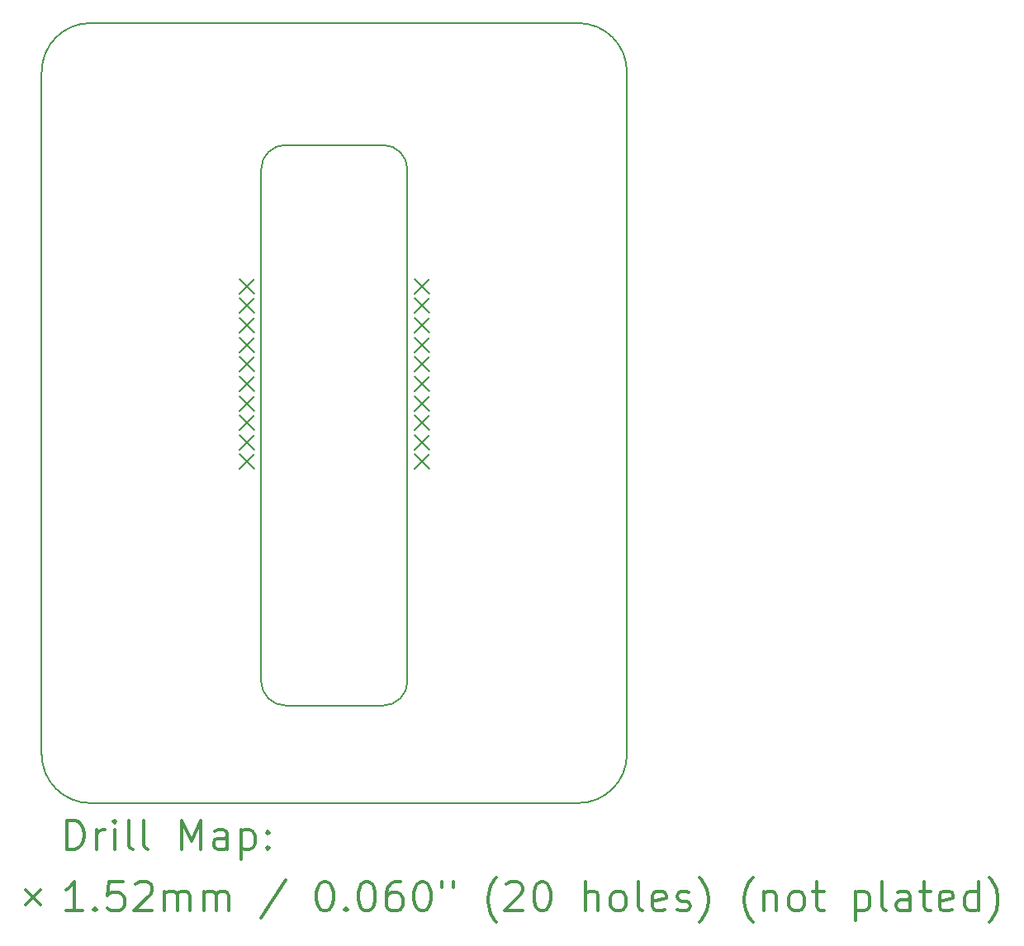
<source format=gbr>
%FSLAX45Y45*%
G04 Gerber Fmt 4.5, Leading zero omitted, Abs format (unit mm)*
G04 Created by KiCad (PCBNEW 4.0.7) date 09/25/17 13:32:10*
%MOMM*%
%LPD*%
G01*
G04 APERTURE LIST*
%ADD10C,0.127000*%
%ADD11C,0.200000*%
%ADD12C,0.300000*%
G04 APERTURE END LIST*
D10*
D11*
X17000000Y-4500000D02*
G75*
G03X16500000Y-4000000I-500000J0D01*
G01*
X16500000Y-12000000D02*
G75*
G03X17000000Y-11500000I0J500000D01*
G01*
X11000000Y-11500000D02*
G75*
G03X11500000Y-12000000I500000J0D01*
G01*
X11500000Y-4000000D02*
G75*
G03X11000000Y-4500000I0J-500000D01*
G01*
X17000000Y-11500000D02*
X17000000Y-4500000D01*
X11500000Y-12000000D02*
X16500000Y-12000000D01*
X11000000Y-4500000D02*
X11000000Y-11500000D01*
X16500000Y-4000000D02*
X11500000Y-4000000D01*
X13250000Y-10750000D02*
G75*
G03X13500000Y-11000000I250000J0D01*
G01*
X14500000Y-11000000D02*
G75*
G03X14750000Y-10750000I0J250000D01*
G01*
X14750000Y-5500000D02*
G75*
G03X14500000Y-5250000I-250000J0D01*
G01*
X13500000Y-5250000D02*
G75*
G03X13250000Y-5500000I0J-250000D01*
G01*
X13500000Y-5250000D02*
X14500000Y-5250000D01*
X13500000Y-11000000D02*
X14500000Y-11000000D01*
X14750000Y-5500000D02*
X14750000Y-10750000D01*
X13250000Y-5500000D02*
X13250000Y-10750000D01*
D11*
X13023800Y-6623800D02*
X13176200Y-6776200D01*
X13176200Y-6623800D02*
X13023800Y-6776200D01*
X13023800Y-6823800D02*
X13176200Y-6976200D01*
X13176200Y-6823800D02*
X13023800Y-6976200D01*
X13023800Y-7023800D02*
X13176200Y-7176200D01*
X13176200Y-7023800D02*
X13023800Y-7176200D01*
X13023800Y-7223800D02*
X13176200Y-7376200D01*
X13176200Y-7223800D02*
X13023800Y-7376200D01*
X13023800Y-7423800D02*
X13176200Y-7576200D01*
X13176200Y-7423800D02*
X13023800Y-7576200D01*
X13023800Y-7623800D02*
X13176200Y-7776200D01*
X13176200Y-7623800D02*
X13023800Y-7776200D01*
X13023800Y-7823800D02*
X13176200Y-7976200D01*
X13176200Y-7823800D02*
X13023800Y-7976200D01*
X13023800Y-8023800D02*
X13176200Y-8176200D01*
X13176200Y-8023800D02*
X13023800Y-8176200D01*
X13023800Y-8223800D02*
X13176200Y-8376200D01*
X13176200Y-8223800D02*
X13023800Y-8376200D01*
X13023800Y-8423800D02*
X13176200Y-8576200D01*
X13176200Y-8423800D02*
X13023800Y-8576200D01*
X14823800Y-6623800D02*
X14976200Y-6776200D01*
X14976200Y-6623800D02*
X14823800Y-6776200D01*
X14823800Y-6823800D02*
X14976200Y-6976200D01*
X14976200Y-6823800D02*
X14823800Y-6976200D01*
X14823800Y-7023800D02*
X14976200Y-7176200D01*
X14976200Y-7023800D02*
X14823800Y-7176200D01*
X14823800Y-7223800D02*
X14976200Y-7376200D01*
X14976200Y-7223800D02*
X14823800Y-7376200D01*
X14823800Y-7423800D02*
X14976200Y-7576200D01*
X14976200Y-7423800D02*
X14823800Y-7576200D01*
X14823800Y-7623800D02*
X14976200Y-7776200D01*
X14976200Y-7623800D02*
X14823800Y-7776200D01*
X14823800Y-7823800D02*
X14976200Y-7976200D01*
X14976200Y-7823800D02*
X14823800Y-7976200D01*
X14823800Y-8023800D02*
X14976200Y-8176200D01*
X14976200Y-8023800D02*
X14823800Y-8176200D01*
X14823800Y-8223800D02*
X14976200Y-8376200D01*
X14976200Y-8223800D02*
X14823800Y-8376200D01*
X14823800Y-8423800D02*
X14976200Y-8576200D01*
X14976200Y-8423800D02*
X14823800Y-8576200D01*
D12*
X11261428Y-12475714D02*
X11261428Y-12175714D01*
X11332857Y-12175714D01*
X11375714Y-12190000D01*
X11404286Y-12218571D01*
X11418571Y-12247143D01*
X11432857Y-12304286D01*
X11432857Y-12347143D01*
X11418571Y-12404286D01*
X11404286Y-12432857D01*
X11375714Y-12461429D01*
X11332857Y-12475714D01*
X11261428Y-12475714D01*
X11561428Y-12475714D02*
X11561428Y-12275714D01*
X11561428Y-12332857D02*
X11575714Y-12304286D01*
X11590000Y-12290000D01*
X11618571Y-12275714D01*
X11647143Y-12275714D01*
X11747143Y-12475714D02*
X11747143Y-12275714D01*
X11747143Y-12175714D02*
X11732857Y-12190000D01*
X11747143Y-12204286D01*
X11761428Y-12190000D01*
X11747143Y-12175714D01*
X11747143Y-12204286D01*
X11932857Y-12475714D02*
X11904286Y-12461429D01*
X11890000Y-12432857D01*
X11890000Y-12175714D01*
X12090000Y-12475714D02*
X12061428Y-12461429D01*
X12047143Y-12432857D01*
X12047143Y-12175714D01*
X12432857Y-12475714D02*
X12432857Y-12175714D01*
X12532857Y-12390000D01*
X12632857Y-12175714D01*
X12632857Y-12475714D01*
X12904286Y-12475714D02*
X12904286Y-12318571D01*
X12890000Y-12290000D01*
X12861428Y-12275714D01*
X12804286Y-12275714D01*
X12775714Y-12290000D01*
X12904286Y-12461429D02*
X12875714Y-12475714D01*
X12804286Y-12475714D01*
X12775714Y-12461429D01*
X12761428Y-12432857D01*
X12761428Y-12404286D01*
X12775714Y-12375714D01*
X12804286Y-12361429D01*
X12875714Y-12361429D01*
X12904286Y-12347143D01*
X13047143Y-12275714D02*
X13047143Y-12575714D01*
X13047143Y-12290000D02*
X13075714Y-12275714D01*
X13132857Y-12275714D01*
X13161428Y-12290000D01*
X13175714Y-12304286D01*
X13190000Y-12332857D01*
X13190000Y-12418571D01*
X13175714Y-12447143D01*
X13161428Y-12461429D01*
X13132857Y-12475714D01*
X13075714Y-12475714D01*
X13047143Y-12461429D01*
X13318571Y-12447143D02*
X13332857Y-12461429D01*
X13318571Y-12475714D01*
X13304286Y-12461429D01*
X13318571Y-12447143D01*
X13318571Y-12475714D01*
X13318571Y-12290000D02*
X13332857Y-12304286D01*
X13318571Y-12318571D01*
X13304286Y-12304286D01*
X13318571Y-12290000D01*
X13318571Y-12318571D01*
X10837600Y-12893800D02*
X10990000Y-13046200D01*
X10990000Y-12893800D02*
X10837600Y-13046200D01*
X11418571Y-13105714D02*
X11247143Y-13105714D01*
X11332857Y-13105714D02*
X11332857Y-12805714D01*
X11304286Y-12848571D01*
X11275714Y-12877143D01*
X11247143Y-12891429D01*
X11547143Y-13077143D02*
X11561428Y-13091429D01*
X11547143Y-13105714D01*
X11532857Y-13091429D01*
X11547143Y-13077143D01*
X11547143Y-13105714D01*
X11832857Y-12805714D02*
X11690000Y-12805714D01*
X11675714Y-12948571D01*
X11690000Y-12934286D01*
X11718571Y-12920000D01*
X11790000Y-12920000D01*
X11818571Y-12934286D01*
X11832857Y-12948571D01*
X11847143Y-12977143D01*
X11847143Y-13048571D01*
X11832857Y-13077143D01*
X11818571Y-13091429D01*
X11790000Y-13105714D01*
X11718571Y-13105714D01*
X11690000Y-13091429D01*
X11675714Y-13077143D01*
X11961428Y-12834286D02*
X11975714Y-12820000D01*
X12004286Y-12805714D01*
X12075714Y-12805714D01*
X12104286Y-12820000D01*
X12118571Y-12834286D01*
X12132857Y-12862857D01*
X12132857Y-12891429D01*
X12118571Y-12934286D01*
X11947143Y-13105714D01*
X12132857Y-13105714D01*
X12261428Y-13105714D02*
X12261428Y-12905714D01*
X12261428Y-12934286D02*
X12275714Y-12920000D01*
X12304286Y-12905714D01*
X12347143Y-12905714D01*
X12375714Y-12920000D01*
X12390000Y-12948571D01*
X12390000Y-13105714D01*
X12390000Y-12948571D02*
X12404286Y-12920000D01*
X12432857Y-12905714D01*
X12475714Y-12905714D01*
X12504286Y-12920000D01*
X12518571Y-12948571D01*
X12518571Y-13105714D01*
X12661428Y-13105714D02*
X12661428Y-12905714D01*
X12661428Y-12934286D02*
X12675714Y-12920000D01*
X12704286Y-12905714D01*
X12747143Y-12905714D01*
X12775714Y-12920000D01*
X12790000Y-12948571D01*
X12790000Y-13105714D01*
X12790000Y-12948571D02*
X12804286Y-12920000D01*
X12832857Y-12905714D01*
X12875714Y-12905714D01*
X12904286Y-12920000D01*
X12918571Y-12948571D01*
X12918571Y-13105714D01*
X13504286Y-12791429D02*
X13247143Y-13177143D01*
X13890000Y-12805714D02*
X13918571Y-12805714D01*
X13947143Y-12820000D01*
X13961428Y-12834286D01*
X13975714Y-12862857D01*
X13990000Y-12920000D01*
X13990000Y-12991429D01*
X13975714Y-13048571D01*
X13961428Y-13077143D01*
X13947143Y-13091429D01*
X13918571Y-13105714D01*
X13890000Y-13105714D01*
X13861428Y-13091429D01*
X13847143Y-13077143D01*
X13832857Y-13048571D01*
X13818571Y-12991429D01*
X13818571Y-12920000D01*
X13832857Y-12862857D01*
X13847143Y-12834286D01*
X13861428Y-12820000D01*
X13890000Y-12805714D01*
X14118571Y-13077143D02*
X14132857Y-13091429D01*
X14118571Y-13105714D01*
X14104286Y-13091429D01*
X14118571Y-13077143D01*
X14118571Y-13105714D01*
X14318571Y-12805714D02*
X14347143Y-12805714D01*
X14375714Y-12820000D01*
X14390000Y-12834286D01*
X14404285Y-12862857D01*
X14418571Y-12920000D01*
X14418571Y-12991429D01*
X14404285Y-13048571D01*
X14390000Y-13077143D01*
X14375714Y-13091429D01*
X14347143Y-13105714D01*
X14318571Y-13105714D01*
X14290000Y-13091429D01*
X14275714Y-13077143D01*
X14261428Y-13048571D01*
X14247143Y-12991429D01*
X14247143Y-12920000D01*
X14261428Y-12862857D01*
X14275714Y-12834286D01*
X14290000Y-12820000D01*
X14318571Y-12805714D01*
X14675714Y-12805714D02*
X14618571Y-12805714D01*
X14590000Y-12820000D01*
X14575714Y-12834286D01*
X14547143Y-12877143D01*
X14532857Y-12934286D01*
X14532857Y-13048571D01*
X14547143Y-13077143D01*
X14561428Y-13091429D01*
X14590000Y-13105714D01*
X14647143Y-13105714D01*
X14675714Y-13091429D01*
X14690000Y-13077143D01*
X14704285Y-13048571D01*
X14704285Y-12977143D01*
X14690000Y-12948571D01*
X14675714Y-12934286D01*
X14647143Y-12920000D01*
X14590000Y-12920000D01*
X14561428Y-12934286D01*
X14547143Y-12948571D01*
X14532857Y-12977143D01*
X14890000Y-12805714D02*
X14918571Y-12805714D01*
X14947143Y-12820000D01*
X14961428Y-12834286D01*
X14975714Y-12862857D01*
X14990000Y-12920000D01*
X14990000Y-12991429D01*
X14975714Y-13048571D01*
X14961428Y-13077143D01*
X14947143Y-13091429D01*
X14918571Y-13105714D01*
X14890000Y-13105714D01*
X14861428Y-13091429D01*
X14847143Y-13077143D01*
X14832857Y-13048571D01*
X14818571Y-12991429D01*
X14818571Y-12920000D01*
X14832857Y-12862857D01*
X14847143Y-12834286D01*
X14861428Y-12820000D01*
X14890000Y-12805714D01*
X15104286Y-12805714D02*
X15104286Y-12862857D01*
X15218571Y-12805714D02*
X15218571Y-12862857D01*
X15661428Y-13220000D02*
X15647143Y-13205714D01*
X15618571Y-13162857D01*
X15604285Y-13134286D01*
X15590000Y-13091429D01*
X15575714Y-13020000D01*
X15575714Y-12962857D01*
X15590000Y-12891429D01*
X15604285Y-12848571D01*
X15618571Y-12820000D01*
X15647143Y-12777143D01*
X15661428Y-12762857D01*
X15761428Y-12834286D02*
X15775714Y-12820000D01*
X15804285Y-12805714D01*
X15875714Y-12805714D01*
X15904285Y-12820000D01*
X15918571Y-12834286D01*
X15932857Y-12862857D01*
X15932857Y-12891429D01*
X15918571Y-12934286D01*
X15747143Y-13105714D01*
X15932857Y-13105714D01*
X16118571Y-12805714D02*
X16147143Y-12805714D01*
X16175714Y-12820000D01*
X16190000Y-12834286D01*
X16204285Y-12862857D01*
X16218571Y-12920000D01*
X16218571Y-12991429D01*
X16204285Y-13048571D01*
X16190000Y-13077143D01*
X16175714Y-13091429D01*
X16147143Y-13105714D01*
X16118571Y-13105714D01*
X16090000Y-13091429D01*
X16075714Y-13077143D01*
X16061428Y-13048571D01*
X16047143Y-12991429D01*
X16047143Y-12920000D01*
X16061428Y-12862857D01*
X16075714Y-12834286D01*
X16090000Y-12820000D01*
X16118571Y-12805714D01*
X16575714Y-13105714D02*
X16575714Y-12805714D01*
X16704285Y-13105714D02*
X16704285Y-12948571D01*
X16690000Y-12920000D01*
X16661428Y-12905714D01*
X16618571Y-12905714D01*
X16590000Y-12920000D01*
X16575714Y-12934286D01*
X16890000Y-13105714D02*
X16861428Y-13091429D01*
X16847143Y-13077143D01*
X16832857Y-13048571D01*
X16832857Y-12962857D01*
X16847143Y-12934286D01*
X16861428Y-12920000D01*
X16890000Y-12905714D01*
X16932857Y-12905714D01*
X16961428Y-12920000D01*
X16975714Y-12934286D01*
X16990000Y-12962857D01*
X16990000Y-13048571D01*
X16975714Y-13077143D01*
X16961428Y-13091429D01*
X16932857Y-13105714D01*
X16890000Y-13105714D01*
X17161428Y-13105714D02*
X17132857Y-13091429D01*
X17118571Y-13062857D01*
X17118571Y-12805714D01*
X17390000Y-13091429D02*
X17361429Y-13105714D01*
X17304286Y-13105714D01*
X17275714Y-13091429D01*
X17261429Y-13062857D01*
X17261429Y-12948571D01*
X17275714Y-12920000D01*
X17304286Y-12905714D01*
X17361429Y-12905714D01*
X17390000Y-12920000D01*
X17404286Y-12948571D01*
X17404286Y-12977143D01*
X17261429Y-13005714D01*
X17518571Y-13091429D02*
X17547143Y-13105714D01*
X17604286Y-13105714D01*
X17632857Y-13091429D01*
X17647143Y-13062857D01*
X17647143Y-13048571D01*
X17632857Y-13020000D01*
X17604286Y-13005714D01*
X17561429Y-13005714D01*
X17532857Y-12991429D01*
X17518571Y-12962857D01*
X17518571Y-12948571D01*
X17532857Y-12920000D01*
X17561429Y-12905714D01*
X17604286Y-12905714D01*
X17632857Y-12920000D01*
X17747143Y-13220000D02*
X17761429Y-13205714D01*
X17790000Y-13162857D01*
X17804286Y-13134286D01*
X17818571Y-13091429D01*
X17832857Y-13020000D01*
X17832857Y-12962857D01*
X17818571Y-12891429D01*
X17804286Y-12848571D01*
X17790000Y-12820000D01*
X17761429Y-12777143D01*
X17747143Y-12762857D01*
X18290000Y-13220000D02*
X18275714Y-13205714D01*
X18247143Y-13162857D01*
X18232857Y-13134286D01*
X18218571Y-13091429D01*
X18204286Y-13020000D01*
X18204286Y-12962857D01*
X18218571Y-12891429D01*
X18232857Y-12848571D01*
X18247143Y-12820000D01*
X18275714Y-12777143D01*
X18290000Y-12762857D01*
X18404286Y-12905714D02*
X18404286Y-13105714D01*
X18404286Y-12934286D02*
X18418571Y-12920000D01*
X18447143Y-12905714D01*
X18490000Y-12905714D01*
X18518571Y-12920000D01*
X18532857Y-12948571D01*
X18532857Y-13105714D01*
X18718571Y-13105714D02*
X18690000Y-13091429D01*
X18675714Y-13077143D01*
X18661429Y-13048571D01*
X18661429Y-12962857D01*
X18675714Y-12934286D01*
X18690000Y-12920000D01*
X18718571Y-12905714D01*
X18761429Y-12905714D01*
X18790000Y-12920000D01*
X18804286Y-12934286D01*
X18818571Y-12962857D01*
X18818571Y-13048571D01*
X18804286Y-13077143D01*
X18790000Y-13091429D01*
X18761429Y-13105714D01*
X18718571Y-13105714D01*
X18904286Y-12905714D02*
X19018571Y-12905714D01*
X18947143Y-12805714D02*
X18947143Y-13062857D01*
X18961429Y-13091429D01*
X18990000Y-13105714D01*
X19018571Y-13105714D01*
X19347143Y-12905714D02*
X19347143Y-13205714D01*
X19347143Y-12920000D02*
X19375714Y-12905714D01*
X19432857Y-12905714D01*
X19461429Y-12920000D01*
X19475714Y-12934286D01*
X19490000Y-12962857D01*
X19490000Y-13048571D01*
X19475714Y-13077143D01*
X19461429Y-13091429D01*
X19432857Y-13105714D01*
X19375714Y-13105714D01*
X19347143Y-13091429D01*
X19661429Y-13105714D02*
X19632857Y-13091429D01*
X19618571Y-13062857D01*
X19618571Y-12805714D01*
X19904286Y-13105714D02*
X19904286Y-12948571D01*
X19890000Y-12920000D01*
X19861429Y-12905714D01*
X19804286Y-12905714D01*
X19775714Y-12920000D01*
X19904286Y-13091429D02*
X19875714Y-13105714D01*
X19804286Y-13105714D01*
X19775714Y-13091429D01*
X19761429Y-13062857D01*
X19761429Y-13034286D01*
X19775714Y-13005714D01*
X19804286Y-12991429D01*
X19875714Y-12991429D01*
X19904286Y-12977143D01*
X20004286Y-12905714D02*
X20118571Y-12905714D01*
X20047143Y-12805714D02*
X20047143Y-13062857D01*
X20061429Y-13091429D01*
X20090000Y-13105714D01*
X20118571Y-13105714D01*
X20332857Y-13091429D02*
X20304286Y-13105714D01*
X20247143Y-13105714D01*
X20218572Y-13091429D01*
X20204286Y-13062857D01*
X20204286Y-12948571D01*
X20218572Y-12920000D01*
X20247143Y-12905714D01*
X20304286Y-12905714D01*
X20332857Y-12920000D01*
X20347143Y-12948571D01*
X20347143Y-12977143D01*
X20204286Y-13005714D01*
X20604286Y-13105714D02*
X20604286Y-12805714D01*
X20604286Y-13091429D02*
X20575714Y-13105714D01*
X20518572Y-13105714D01*
X20490000Y-13091429D01*
X20475714Y-13077143D01*
X20461429Y-13048571D01*
X20461429Y-12962857D01*
X20475714Y-12934286D01*
X20490000Y-12920000D01*
X20518572Y-12905714D01*
X20575714Y-12905714D01*
X20604286Y-12920000D01*
X20718572Y-13220000D02*
X20732857Y-13205714D01*
X20761429Y-13162857D01*
X20775714Y-13134286D01*
X20790000Y-13091429D01*
X20804286Y-13020000D01*
X20804286Y-12962857D01*
X20790000Y-12891429D01*
X20775714Y-12848571D01*
X20761429Y-12820000D01*
X20732857Y-12777143D01*
X20718572Y-12762857D01*
M02*

</source>
